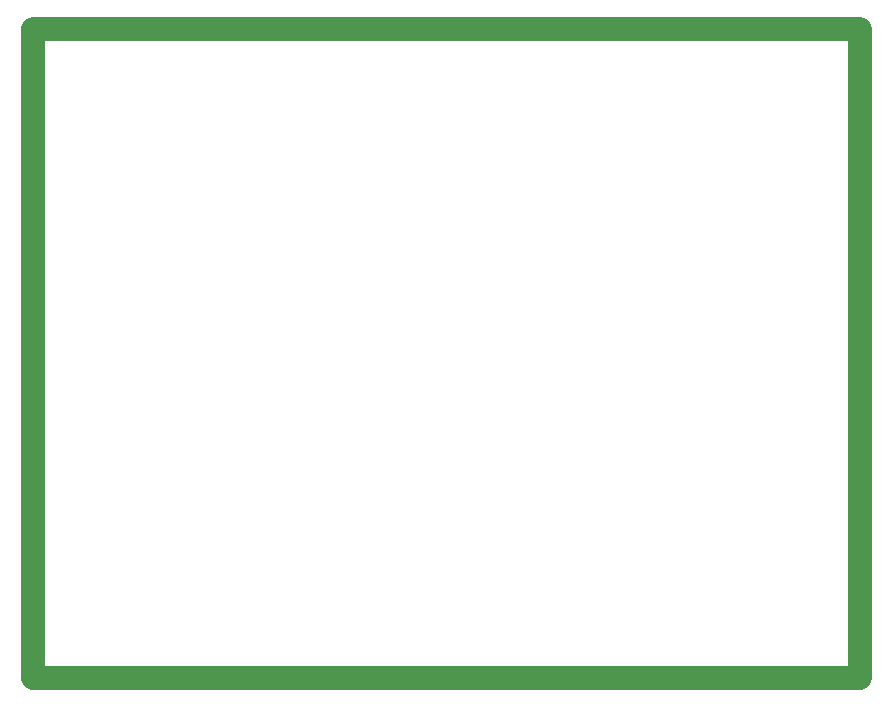
<source format=gbr>
G04 --- HEADER BEGIN --- *
G04 #@! TF.GenerationSoftware,LibrePCB,LibrePCB,0.1.6*
G04 #@! TF.CreationDate,2022-07-20T10:00:17*
G04 #@! TF.ProjectId,Sensor de pulso (Sensor_Pulso),780e052b-a1ef-4dc1-bbf9-e3d6d5305104,v1*
G04 #@! TF.Part,Single*
G04 #@! TF.SameCoordinates*
G04 #@! TF.FileFunction,Profile,NP*
%FSLAX66Y66*%
%MOMM*%
G01*
G75*
G04 --- HEADER END --- *
G04 --- APERTURE LIST BEGIN --- *
G04 #@! TA.AperFunction,Profile*
%ADD10C,2.0*%
G04 #@! TD*
G04 --- APERTURE LIST END --- *
G04 --- BOARD BEGIN --- *
D10*
X0Y0D02*
X70000000Y0D01*
X70000000Y55000000D01*
X0Y55000000D01*
X0Y0D01*
G04 --- BOARD END --- *
G04 #@! TF.MD5,67c94f22cb163e2aa3247cc4ed46b3de*
M02*

</source>
